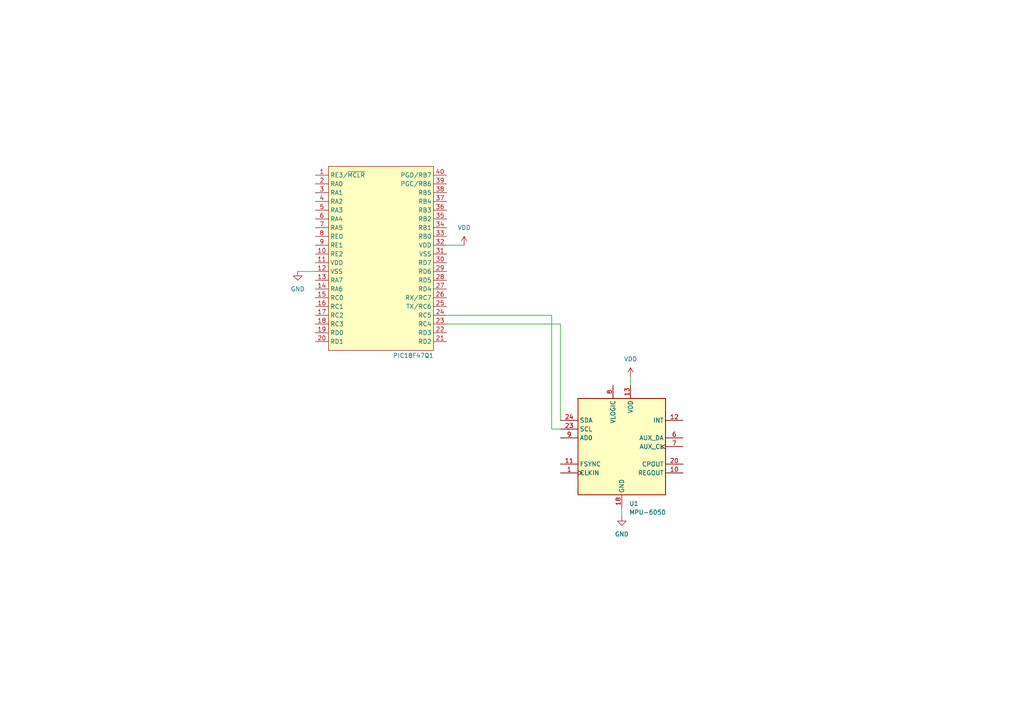
<source format=kicad_sch>
(kicad_sch (version 20250114) (generator "eeschema") (generator_version "9.0")
  (paper "A4")
  (title_block (title "Digital Atttitude Indicator") (date "2025-07-24") (rev "0.1"))
  (lib_symbols
    (symbol "MCU_Microchip_PIC18:PIC18F47Q10"
      (property "Reference" "PIC18F47Q10" (at 8.89 -27.94 0))
      (symbol "PIC18F47Q10_1_0"
        (pin bidirectional line (at -19.05 -21.59 0) (length 2.54) (name "") (number ""))
      )
      (symbol "PIC18F47Q10_1_1"
        (rectangle (start -15.24 26.67) (end 15.24 -26.67) (fill (type color) (color 255 255 194 1)))
        (pin input line (at -19.05 24.13 0) (length 3.81) (name "RE3/~{MCLR}") (number "1"))
        (pin bidirectional line (at -19.05 21.59 0) (length 3.81) (name "RA0") (number "2"))
        (pin bidirectional line (at -19.05 19.05 0) (length 3.81) (name "RA1") (number "3"))
        (pin bidirectional line (at -19.05 16.51 0) (length 3.81) (name "RA2") (number "4"))
        (pin bidirectional line (at -19.05 13.97 0) (length 3.81) (name "RA3") (number "5"))
        (pin bidirectional line (at -19.05 11.43 0) (length 3.81) (name "RA4") (number "6"))
        (pin bidirectional line (at -19.05 8.89 0) (length 3.81) (name "RA5") (number "7"))
        (pin bidirectional line (at -19.05 6.35 0) (length 3.81) (name "RE0") (number "8"))
        (pin bidirectional line (at -19.05 3.81 0) (length 3.81) (name "RE1") (number "9"))
        (pin bidirectional line (at -19.05 1.27 0) (length 3.81) (name "RE2") (number "10"))
        (pin input line (at -19.05 -1.27 0) (length 3.81) (name "VDD") (number "11"))
        (pin input line (at -19.05 -3.81 0) (length 3.81) (name "VSS") (number "12"))
        (pin bidirectional line (at -19.05 -6.35 0) (length 3.81) (name "RA7") (number "13"))
        (pin bidirectional line (at -19.05 -8.89 0) (length 3.81) (name "RA6") (number "14"))
        (pin bidirectional line (at -19.05 -11.43 0) (length 3.81) (name "RC0") (number "15"))
        (pin bidirectional line (at -19.05 -13.97 0) (length 3.81) (name "RC1") (number "16"))
        (pin bidirectional line (at -19.05 -16.51 0) (length 3.81) (name "RC2") (number "17"))
        (pin bidirectional line (at -19.05 -19.05 0) (length 3.81) (name "RC3") (number "18"))
        (pin bidirectional line (at -19.05 -21.59 0) (length 3.81) (name "RD0") (number "19"))
        (pin bidirectional line (at -19.05 -24.13 0) (length 3.81) (name "RD1") (number "20"))
        (pin bidirectional line (at 19.05 24.13 180) (length 3.81) (name "PGD/RB7") (number "40"))
        (pin bidirectional line (at 19.05 21.59 180) (length 3.81) (name "PGC/RB6") (number "39"))
        (pin bidirectional line (at 19.05 19.05 180) (length 3.81) (name "RB5") (number "38"))
        (pin bidirectional line (at 19.05 16.51 180) (length 3.81) (name "RB4") (number "37"))
        (pin bidirectional line (at 19.05 13.97 180) (length 3.81) (name "RB3") (number "36"))
        (pin bidirectional line (at 19.05 11.43 180) (length 3.81) (name "RB2") (number "35"))
        (pin bidirectional line (at 19.05 8.89 180) (length 3.81) (name "RB1") (number "34"))
        (pin bidirectional line (at 19.05 6.35 180) (length 3.81) (name "RB0") (number "33"))
        (pin bidirectional line (at 19.05 3.81 180) (length 3.81) (name "VDD") (number "32"))
        (pin bidirectional line (at 19.05 1.27 180) (length 3.81) (name "VSS") (number "31"))
        (pin bidirectional line (at 19.05 -1.27 180) (length 3.81) (name "RD7") (number "30"))
        (pin bidirectional line (at 19.05 -3.81 180) (length 3.81) (name "RD6") (number "29"))
        (pin bidirectional line (at 19.05 -6.35 180) (length 3.81) (name "RD5") (number "28"))
        (pin bidirectional line (at 19.05 -8.89 180) (length 3.81) (name "RD4") (number "27"))
        (pin bidirectional line (at 19.05 -11.43 180) (length 3.81) (name "RX/RC7") (number "26"))
        (pin bidirectional line (at 19.05 -13.97 180) (length 3.81) (name "TX/RC6") (number "25"))
        (pin bidirectional line (at 19.05 -16.51 180) (length 3.81) (name "RC5") (number "24"))
        (pin bidirectional line (at 19.05 -19.05 180) (length 3.81) (name "RC4") (number "23"))
        (pin bidirectional line (at 19.05 -21.59 180) (length 3.81) (name "RD3") (number "22"))
        (pin bidirectional line (at 19.05 -24.13 180) (length 3.81) (name "RD2") (number "21"))
      )
    )
    (symbol "Sensor_Motion:MPU-6050"
      (property "Reference" "U" (at -11.43 13.97 0))
      (property "Value" "MPU-6050" (at 7.62 -15.24 0))
      (symbol "MPU-6050_0_1"
        (rectangle (start -12.7 13.97) (end 12.7 -13.97) (stroke (width 0.254)) (fill (type background)))
      )
      (symbol "MPU-6050_1_1"
        (pin bidirectional line (at -17.78 7.62 0) (length 5.08) (name "SDA") (number "24"))
        (pin input line (at -17.78 5.08 0) (length 5.08) (name "SCL") (number "23"))
        (pin input line (at -17.78 2.54 0) (length 5.08) (name "AD0") (number "9"))
        (pin input line (at -17.78 -5.08 0) (length 5.08) (name "FSYNC") (number "11"))
        (pin input clock (at -17.78 -7.62 0) (length 5.08) (name "CLKIN") (number "1"))
        (pin no_connect line (at -12.7 12.7 0) (length 2.54) (hide yes) (name "NC") (number "2"))
        (pin no_connect line (at -12.7 10.16 0) (length 2.54) (hide yes) (name "NC") (number "3"))
        (pin no_connect line (at -12.7 0 0) (length 2.54) (hide yes) (name "NC") (number "4"))
        (pin no_connect line (at -12.7 -2.54 0) (length 2.54) (hide yes) (name "NC") (number "5"))
        (pin no_connect line (at -12.7 -10.16 0) (length 2.54) (hide yes) (name "NC") (number "14"))
        (pin power_in line (at -2.54 17.78 270) (length 3.81) (name "VLOGIC") (number "8"))
        (pin power_in line (at 0 -17.78 90) (length 3.81) (name "GND") (number "18"))
        (pin power_in line (at 2.54 17.78 270) (length 3.81) (name "VDD") (number "13"))
        (pin no_connect line (at 12.7 12.7 180) (length 2.54) (hide yes) (name "NC") (number "15"))
        (pin no_connect line (at 12.7 10.16 180) (length 2.54) (hide yes) (name "NC") (number "16"))
        (pin no_connect line (at 12.7 5.08 180) (length 2.54) (hide yes) (name "NC") (number "17"))
        (pin no_connect line (at 12.7 -2.54 180) (length 2.54) (hide yes) (name "RESV") (number "21"))
        (pin no_connect line (at 12.7 -10.16 180) (length 2.54) (hide yes) (name "RESV") (number "19"))
        (pin no_connect line (at 12.7 -12.7 180) (length 2.54) (hide yes) (name "RESV") (number "22"))
        (pin output line (at 17.78 7.62 180) (length 5.08) (name "INT") (number "12"))
        (pin bidirectional line (at 17.78 2.54 180) (length 5.08) (name "AUX_DA") (number "6"))
        (pin output clock (at 17.78 0 180) (length 5.08) (name "AUX_CL") (number "7"))
        (pin passive line (at 17.78 -5.08 180) (length 5.08) (name "CPOUT") (number "20"))
        (pin passive line (at 17.78 -7.62 180) (length 5.08) (name "REGOUT") (number "10"))
      )
    )
    (symbol "power:GND" (power) (pin_numbers (hide yes)) (pin_names (offset 0) (hide yes))
      (property "Value" "GND" (at 0 -3.81 0))
      (symbol "GND_0_1"
        (polyline (pts (xy 0 0) (xy 0 -1.27) (xy 1.27 -1.27) (xy 0 -2.54) (xy -1.27 -1.27) (xy 0 -1.27)))
      )
      (symbol "GND_1_1"
        (pin power_in line (at 0 0 270) (length 0) (name "~") (number "1"))
      )
    )
    (symbol "power:VDD" (power) (pin_numbers (hide yes)) (pin_names (offset 0) (hide yes))
      (property "Value" "VDD" (at 0 3.556 0))
      (symbol "VDD_0_1"
        (polyline (pts (xy -0.762 1.27) (xy 0 2.54)))
        (polyline (pts (xy 0 2.54) (xy 0.762 1.27)))
        (polyline (pts (xy 0 0) (xy 0 2.54)))
      )
      (symbol "VDD_1_1"
        (pin power_in line (at 0 0 90) (length 0) (name "~") (number "1"))
      )
    )
  )
  (wire (pts (xy 180.34 147.32) (xy 180.34 149.86)))
  (wire (pts (xy 182.88 109.22) (xy 182.88 111.76)))
  (wire (pts (xy 129.54 91.44) (xy 160.02 91.44)))
  (wire (pts (xy 86.36 78.74) (xy 91.44 78.74)))
  (wire (pts (xy 129.54 93.98) (xy 162.56 93.98)))
  (wire (pts (xy 160.02 91.44) (xy 160.02 124.46)))
  (wire (pts (xy 162.56 93.98) (xy 162.56 121.92)))
  (wire (pts (xy 160.02 124.46) (xy 162.56 124.46)))
  (wire (pts (xy 129.54 71.12) (xy 134.62 71.12)))
  (symbol (lib_id "Sensor_Motion:MPU-6050") (at 180.34 129.54 0) (unit 1)
    (property "Reference" "U1" (at 182.4833 146.05 0) (effects (justify left)))
    (property "Value" "MPU-6050" (at 182.4833 148.59 0) (effects (justify left)))
    (property "Footprint" "Sensor_Motion:InvenSense_QFN-24_4x4mm_P0.5mm" (effects (hide yes)))
    (property "Datasheet" "https://invensense.tdk.com/wp-content/uploads/2015/02/MPU-6000-Datasheet1.pdf" (effects (hide yes)))
    (property "Description" "InvenSense 6-Axis Motion Sensor, Gyroscope, Accelerometer, I2C" (effects (hide yes)))
  )
  (symbol (lib_id "power:VDD") (at 182.88 109.22 0) (unit 1)
    (property "Reference" "#PWR03" (effects (hide yes)))
    (property "Value" "VDD" (at 182.88 104.14 0))
    (property "Description" "Power symbol creates a global label with name \"VDD\"" (effects (hide yes)))
  )
  (symbol (lib_id "power:GND") (at 180.34 149.86 0) (unit 1)
    (property "Reference" "#PWR02" (effects (hide yes)))
    (property "Value" "GND" (at 180.34 154.94 0))
    (property "Description" "Power symbol creates a global label with name \"GND\" , ground" (effects (hide yes)))
  )
  (symbol (lib_id "power:VDD") (at 134.62 71.12 0) (unit 1)
    (property "Reference" "#PWR04" (effects (hide yes)))
    (property "Value" "VDD" (at 134.62 66.04 0))
    (property "Description" "Power symbol creates a global label with name \"VDD\"" (effects (hide yes)))
  )
  (symbol (lib_id "MCU_Microchip_PIC18:PIC18F47Q10") (at 110.49 74.93 0) (unit 1)
    (property "Reference" "PIC18F47Q1" (at 119.888 103.124 0))
  )
  (symbol (lib_id "power:GND") (at 86.36 78.74 0) (unit 1)
    (property "Reference" "#PWR01" (effects (hide yes)))
    (property "Value" "GND" (at 86.36 83.82 0))
    (property "Description" "Power symbol creates a global label with name \"GND\" , ground" (effects (hide yes)))
  )
)
</source>
